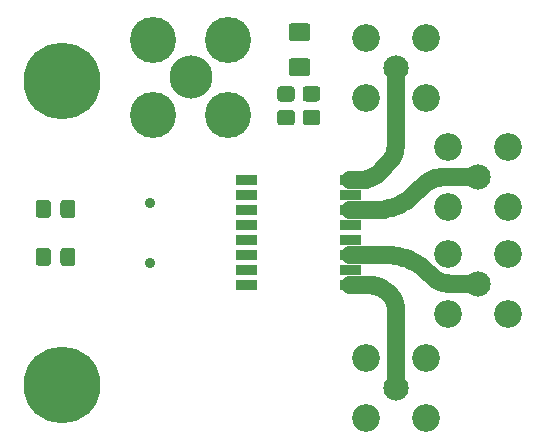
<source format=gts>
G04 #@! TF.GenerationSoftware,KiCad,Pcbnew,(5.1.12)-1*
G04 #@! TF.CreationDate,2021-12-16T18:12:02+01:00*
G04 #@! TF.ProjectId,eth_mezz_mag_sma,6574685f-6d65-47a7-9a5f-6d61675f736d,rev?*
G04 #@! TF.SameCoordinates,Original*
G04 #@! TF.FileFunction,Soldermask,Top*
G04 #@! TF.FilePolarity,Negative*
%FSLAX46Y46*%
G04 Gerber Fmt 4.6, Leading zero omitted, Abs format (unit mm)*
G04 Created by KiCad (PCBNEW (5.1.12)-1) date 2021-12-16 18:12:02*
%MOMM*%
%LPD*%
G01*
G04 APERTURE LIST*
%ADD10C,1.500000*%
%ADD11C,0.900000*%
%ADD12C,2.350000*%
%ADD13C,2.150000*%
%ADD14C,3.910000*%
%ADD15C,3.656000*%
%ADD16C,6.500000*%
G04 APERTURE END LIST*
D10*
X130955198Y-81691528D02*
X130897150Y-81624233D01*
X131009875Y-81761589D02*
X130955198Y-81691528D01*
X131061048Y-81834250D02*
X131009875Y-81761589D01*
X131108594Y-81909333D02*
X131061048Y-81834250D01*
X131152399Y-81986659D02*
X131108594Y-81909333D01*
X131192357Y-82066042D02*
X131152399Y-81986659D01*
X131228371Y-82147289D02*
X131192357Y-82066042D01*
X131260356Y-82230206D02*
X131228371Y-82147289D01*
X131288233Y-82314592D02*
X131260356Y-82230206D01*
X131311936Y-82400245D02*
X131288233Y-82314592D01*
X131331408Y-82486957D02*
X131311936Y-82400245D01*
X131346602Y-82574520D02*
X131331408Y-82486957D01*
X131357481Y-82662724D02*
X131346602Y-82574520D01*
X131364018Y-82751355D02*
X131357481Y-82662724D01*
X131366200Y-82840200D02*
X131364018Y-82751355D01*
X131366200Y-82840200D02*
X131366200Y-89469800D01*
X130897150Y-81624233D02*
X130835869Y-81559869D01*
X130835869Y-81559869D02*
X130777906Y-81501906D01*
X130692085Y-81420198D02*
X130777906Y-81501906D01*
X130602359Y-81342800D02*
X130692085Y-81420198D01*
X130508944Y-81269898D02*
X130602359Y-81342800D01*
X130412064Y-81201668D02*
X130508944Y-81269898D01*
X130311953Y-81138273D02*
X130412064Y-81201668D01*
X130208851Y-81079867D02*
X130311953Y-81138273D01*
X130103008Y-81026590D02*
X130208851Y-81079867D01*
X129994678Y-80978570D02*
X130103008Y-81026590D01*
X129884123Y-80935925D02*
X129994678Y-80978570D01*
X129771608Y-80898755D02*
X129884123Y-80935925D01*
X129657405Y-80867150D02*
X129771608Y-80898755D01*
X129541789Y-80841188D02*
X129657405Y-80867150D01*
X129425038Y-80820930D02*
X129541789Y-80841188D01*
X129307434Y-80806425D02*
X129425038Y-80820930D01*
X129189259Y-80797708D02*
X129307434Y-80806425D01*
X129070800Y-80794800D02*
X129189259Y-80797708D01*
X129070800Y-80794800D02*
X127511200Y-80794800D01*
X134504238Y-80131798D02*
X134414512Y-80054400D01*
X134597654Y-80204700D02*
X134504238Y-80131798D01*
X134694534Y-80272931D02*
X134597654Y-80204700D01*
X134794645Y-80336326D02*
X134694534Y-80272931D01*
X134897747Y-80394732D02*
X134794645Y-80336326D01*
X135003590Y-80448009D02*
X134897747Y-80394732D01*
X135111920Y-80496028D02*
X135003590Y-80448009D01*
X135222475Y-80538674D02*
X135111920Y-80496028D01*
X135334990Y-80575844D02*
X135222475Y-80538674D01*
X135449193Y-80607449D02*
X135334990Y-80575844D01*
X135564810Y-80633411D02*
X135449193Y-80607449D01*
X135681561Y-80653669D02*
X135564810Y-80633411D01*
X135799165Y-80668174D02*
X135681561Y-80653669D01*
X135917340Y-80676891D02*
X135799165Y-80668174D01*
X136035800Y-80679800D02*
X135917340Y-80676891D01*
X136035800Y-80679800D02*
X138343200Y-80679800D01*
X134414512Y-80054400D02*
X134328693Y-79972693D01*
X134328693Y-79972693D02*
X134025013Y-79669013D01*
X133853372Y-79505598D02*
X134025013Y-79669013D01*
X133673921Y-79350802D02*
X133853372Y-79505598D01*
X133487090Y-79204997D02*
X133673921Y-79350802D01*
X133293329Y-79068536D02*
X133487090Y-79204997D01*
X133093107Y-78941746D02*
X133293329Y-79068536D01*
X132886904Y-78824934D02*
X133093107Y-78941746D01*
X132675218Y-78718380D02*
X132886904Y-78824934D01*
X132458558Y-78622342D02*
X132675218Y-78718380D01*
X132237447Y-78537050D02*
X132458558Y-78622342D01*
X132012418Y-78462710D02*
X132237447Y-78537050D01*
X131784011Y-78399501D02*
X132012418Y-78462710D01*
X131552779Y-78347576D02*
X131784011Y-78399501D01*
X131319277Y-78307060D02*
X131552779Y-78347576D01*
X131084068Y-78278050D02*
X131319277Y-78307060D01*
X130847719Y-78260616D02*
X131084068Y-78278050D01*
X130610800Y-78254800D02*
X130847719Y-78260616D01*
X130610800Y-78254800D02*
X127511200Y-78254800D01*
X133870637Y-72210800D02*
X133780911Y-72288198D01*
X133964053Y-72137897D02*
X133870637Y-72210800D01*
X134060933Y-72069667D02*
X133964053Y-72137897D01*
X134161045Y-72006272D02*
X134060933Y-72069667D01*
X134264146Y-71947866D02*
X134161045Y-72006272D01*
X134369989Y-71894589D02*
X134264146Y-71947866D01*
X134478319Y-71846570D02*
X134369989Y-71894589D01*
X134588875Y-71803924D02*
X134478319Y-71846570D01*
X134701390Y-71766754D02*
X134588875Y-71803924D01*
X134815593Y-71735150D02*
X134701390Y-71766754D01*
X134931209Y-71709187D02*
X134815593Y-71735150D01*
X135047961Y-71688929D02*
X134931209Y-71709187D01*
X135165565Y-71674424D02*
X135047961Y-71688929D01*
X135283740Y-71665707D02*
X135165565Y-71674424D01*
X135402200Y-71662800D02*
X135283740Y-71665707D01*
X135402200Y-71662800D02*
X138343200Y-71662800D01*
X133780911Y-72288198D02*
X133695092Y-72369906D01*
X129620200Y-74444800D02*
X127511200Y-74444800D01*
X129857119Y-74438983D02*
X129620200Y-74444800D01*
X130093468Y-74421549D02*
X129857119Y-74438983D01*
X130328677Y-74392539D02*
X130093468Y-74421549D01*
X130562179Y-74352022D02*
X130328677Y-74392539D01*
X130793411Y-74300097D02*
X130562179Y-74352022D01*
X131021818Y-74236889D02*
X130793411Y-74300097D01*
X131246847Y-74162549D02*
X131021818Y-74236889D01*
X131467958Y-74077257D02*
X131246847Y-74162549D01*
X131684618Y-73981218D02*
X131467958Y-74077257D01*
X131896304Y-73874664D02*
X131684618Y-73981218D01*
X132102507Y-73757852D02*
X131896304Y-73874664D01*
X132302729Y-73631062D02*
X132102507Y-73757852D01*
X132496490Y-73494601D02*
X132302729Y-73631062D01*
X132683321Y-73348796D02*
X132496490Y-73494601D01*
X133695092Y-72369906D02*
X133034413Y-73030586D01*
X132862772Y-73194000D02*
X132683321Y-73348796D01*
X133034413Y-73030586D02*
X132862772Y-73194000D01*
X129865759Y-71356797D02*
X129955485Y-71279399D01*
X129772344Y-71429699D02*
X129865759Y-71356797D01*
X129675464Y-71497930D02*
X129772344Y-71429699D01*
X129575353Y-71561325D02*
X129675464Y-71497930D01*
X129472251Y-71619731D02*
X129575353Y-71561325D01*
X129366408Y-71673008D02*
X129472251Y-71619731D01*
X129258079Y-71721027D02*
X129366408Y-71673008D01*
X129147523Y-71763673D02*
X129258079Y-71721027D01*
X129035008Y-71800843D02*
X129147523Y-71763673D01*
X128920805Y-71832448D02*
X129035008Y-71800843D01*
X128805189Y-71858410D02*
X128920805Y-71832448D01*
X128688438Y-71878668D02*
X128805189Y-71858410D01*
X128570834Y-71893174D02*
X128688438Y-71878668D01*
X128452659Y-71901891D02*
X128570834Y-71893174D01*
X128334200Y-71904800D02*
X128452659Y-71901891D01*
X128334200Y-71904800D02*
X127511200Y-71904800D01*
X129955485Y-71279399D02*
X130041306Y-71197692D01*
X130041306Y-71197692D02*
X130659093Y-70579906D01*
X130740800Y-70494085D02*
X130659093Y-70579906D01*
X130818198Y-70404359D02*
X130740800Y-70494085D01*
X130891100Y-70310944D02*
X130818198Y-70404359D01*
X130959331Y-70214064D02*
X130891100Y-70310944D01*
X131022725Y-70113953D02*
X130959331Y-70214064D01*
X131081132Y-70010851D02*
X131022725Y-70113953D01*
X131134409Y-69905008D02*
X131081132Y-70010851D01*
X131182428Y-69796679D02*
X131134409Y-69905008D01*
X131225074Y-69686123D02*
X131182428Y-69796679D01*
X131262244Y-69573608D02*
X131225074Y-69686123D01*
X131293848Y-69459405D02*
X131262244Y-69573608D01*
X131319811Y-69343789D02*
X131293848Y-69459405D01*
X131340069Y-69227038D02*
X131319811Y-69343789D01*
X131354574Y-69109434D02*
X131340069Y-69227038D01*
X131363291Y-68991259D02*
X131354574Y-69109434D01*
X131366200Y-68872800D02*
X131363291Y-68991259D01*
X131366200Y-68872800D02*
X131366200Y-62379800D01*
D11*
X110589820Y-78907900D03*
X110589820Y-73850500D03*
D12*
X128826200Y-92009800D03*
X128826200Y-86929800D03*
X133906200Y-86929800D03*
X133906200Y-92009800D03*
D13*
X131366200Y-89469800D03*
G36*
G01*
X123870257Y-60141900D02*
X122555343Y-60141900D01*
G75*
G02*
X122287800Y-59874357I0J267543D01*
G01*
X122287800Y-58884443D01*
G75*
G02*
X122555343Y-58616900I267543J0D01*
G01*
X123870257Y-58616900D01*
G75*
G02*
X124137800Y-58884443I0J-267543D01*
G01*
X124137800Y-59874357D01*
G75*
G02*
X123870257Y-60141900I-267543J0D01*
G01*
G37*
G36*
G01*
X123870257Y-63116900D02*
X122555343Y-63116900D01*
G75*
G02*
X122287800Y-62849357I0J267543D01*
G01*
X122287800Y-61859443D01*
G75*
G02*
X122555343Y-61591900I267543J0D01*
G01*
X123870257Y-61591900D01*
G75*
G02*
X124137800Y-61859443I0J-267543D01*
G01*
X124137800Y-62849357D01*
G75*
G02*
X123870257Y-63116900I-267543J0D01*
G01*
G37*
D12*
X135803200Y-74202800D03*
X135803200Y-69122800D03*
X140883200Y-69122800D03*
X140883200Y-74202800D03*
D13*
X138343200Y-71662800D03*
D12*
X135803200Y-83219800D03*
X135803200Y-78139800D03*
X140883200Y-78139800D03*
X140883200Y-83219800D03*
D13*
X138343200Y-80679800D03*
D12*
X128826200Y-64919800D03*
X128826200Y-59839800D03*
X133906200Y-59839800D03*
X133906200Y-64919800D03*
D13*
X131366200Y-62379800D03*
G36*
G01*
X126611200Y-77364800D02*
X126611200Y-76604800D01*
G75*
G02*
X126661200Y-76554800I50000J0D01*
G01*
X128361200Y-76554800D01*
G75*
G02*
X128411200Y-76604800I0J-50000D01*
G01*
X128411200Y-77364800D01*
G75*
G02*
X128361200Y-77414800I-50000J0D01*
G01*
X126661200Y-77414800D01*
G75*
G02*
X126611200Y-77364800I0J50000D01*
G01*
G37*
G36*
G01*
X126611200Y-72284800D02*
X126611200Y-71524800D01*
G75*
G02*
X126661200Y-71474800I50000J0D01*
G01*
X128361200Y-71474800D01*
G75*
G02*
X128411200Y-71524800I0J-50000D01*
G01*
X128411200Y-72284800D01*
G75*
G02*
X128361200Y-72334800I-50000J0D01*
G01*
X126661200Y-72334800D01*
G75*
G02*
X126611200Y-72284800I0J50000D01*
G01*
G37*
G36*
G01*
X126611200Y-76094800D02*
X126611200Y-75334800D01*
G75*
G02*
X126661200Y-75284800I50000J0D01*
G01*
X128361200Y-75284800D01*
G75*
G02*
X128411200Y-75334800I0J-50000D01*
G01*
X128411200Y-76094800D01*
G75*
G02*
X128361200Y-76144800I-50000J0D01*
G01*
X126661200Y-76144800D01*
G75*
G02*
X126611200Y-76094800I0J50000D01*
G01*
G37*
G36*
G01*
X126611200Y-79904800D02*
X126611200Y-79144800D01*
G75*
G02*
X126661200Y-79094800I50000J0D01*
G01*
X128361200Y-79094800D01*
G75*
G02*
X128411200Y-79144800I0J-50000D01*
G01*
X128411200Y-79904800D01*
G75*
G02*
X128361200Y-79954800I-50000J0D01*
G01*
X126661200Y-79954800D01*
G75*
G02*
X126611200Y-79904800I0J50000D01*
G01*
G37*
G36*
G01*
X126611200Y-73554800D02*
X126611200Y-72794800D01*
G75*
G02*
X126661200Y-72744800I50000J0D01*
G01*
X128361200Y-72744800D01*
G75*
G02*
X128411200Y-72794800I0J-50000D01*
G01*
X128411200Y-73554800D01*
G75*
G02*
X128361200Y-73604800I-50000J0D01*
G01*
X126661200Y-73604800D01*
G75*
G02*
X126611200Y-73554800I0J50000D01*
G01*
G37*
G36*
G01*
X126611200Y-81174800D02*
X126611200Y-80414800D01*
G75*
G02*
X126661200Y-80364800I50000J0D01*
G01*
X128361200Y-80364800D01*
G75*
G02*
X128411200Y-80414800I0J-50000D01*
G01*
X128411200Y-81174800D01*
G75*
G02*
X128361200Y-81224800I-50000J0D01*
G01*
X126661200Y-81224800D01*
G75*
G02*
X126611200Y-81174800I0J50000D01*
G01*
G37*
G36*
G01*
X126611200Y-78634800D02*
X126611200Y-77874800D01*
G75*
G02*
X126661200Y-77824800I50000J0D01*
G01*
X128361200Y-77824800D01*
G75*
G02*
X128411200Y-77874800I0J-50000D01*
G01*
X128411200Y-78634800D01*
G75*
G02*
X128361200Y-78684800I-50000J0D01*
G01*
X126661200Y-78684800D01*
G75*
G02*
X126611200Y-78634800I0J50000D01*
G01*
G37*
G36*
G01*
X126611200Y-74824800D02*
X126611200Y-74064800D01*
G75*
G02*
X126661200Y-74014800I50000J0D01*
G01*
X128361200Y-74014800D01*
G75*
G02*
X128411200Y-74064800I0J-50000D01*
G01*
X128411200Y-74824800D01*
G75*
G02*
X128361200Y-74874800I-50000J0D01*
G01*
X126661200Y-74874800D01*
G75*
G02*
X126611200Y-74824800I0J50000D01*
G01*
G37*
G36*
G01*
X117811200Y-81174800D02*
X117811200Y-80414800D01*
G75*
G02*
X117861200Y-80364800I50000J0D01*
G01*
X119561200Y-80364800D01*
G75*
G02*
X119611200Y-80414800I0J-50000D01*
G01*
X119611200Y-81174800D01*
G75*
G02*
X119561200Y-81224800I-50000J0D01*
G01*
X117861200Y-81224800D01*
G75*
G02*
X117811200Y-81174800I0J50000D01*
G01*
G37*
G36*
G01*
X117811200Y-78634800D02*
X117811200Y-77874800D01*
G75*
G02*
X117861200Y-77824800I50000J0D01*
G01*
X119561200Y-77824800D01*
G75*
G02*
X119611200Y-77874800I0J-50000D01*
G01*
X119611200Y-78634800D01*
G75*
G02*
X119561200Y-78684800I-50000J0D01*
G01*
X117861200Y-78684800D01*
G75*
G02*
X117811200Y-78634800I0J50000D01*
G01*
G37*
G36*
G01*
X117811200Y-77364800D02*
X117811200Y-76604800D01*
G75*
G02*
X117861200Y-76554800I50000J0D01*
G01*
X119561200Y-76554800D01*
G75*
G02*
X119611200Y-76604800I0J-50000D01*
G01*
X119611200Y-77364800D01*
G75*
G02*
X119561200Y-77414800I-50000J0D01*
G01*
X117861200Y-77414800D01*
G75*
G02*
X117811200Y-77364800I0J50000D01*
G01*
G37*
G36*
G01*
X117811200Y-79904800D02*
X117811200Y-79144800D01*
G75*
G02*
X117861200Y-79094800I50000J0D01*
G01*
X119561200Y-79094800D01*
G75*
G02*
X119611200Y-79144800I0J-50000D01*
G01*
X119611200Y-79904800D01*
G75*
G02*
X119561200Y-79954800I-50000J0D01*
G01*
X117861200Y-79954800D01*
G75*
G02*
X117811200Y-79904800I0J50000D01*
G01*
G37*
G36*
G01*
X117811200Y-76094800D02*
X117811200Y-75334800D01*
G75*
G02*
X117861200Y-75284800I50000J0D01*
G01*
X119561200Y-75284800D01*
G75*
G02*
X119611200Y-75334800I0J-50000D01*
G01*
X119611200Y-76094800D01*
G75*
G02*
X119561200Y-76144800I-50000J0D01*
G01*
X117861200Y-76144800D01*
G75*
G02*
X117811200Y-76094800I0J50000D01*
G01*
G37*
G36*
G01*
X117811200Y-74824800D02*
X117811200Y-74064800D01*
G75*
G02*
X117861200Y-74014800I50000J0D01*
G01*
X119561200Y-74014800D01*
G75*
G02*
X119611200Y-74064800I0J-50000D01*
G01*
X119611200Y-74824800D01*
G75*
G02*
X119561200Y-74874800I-50000J0D01*
G01*
X117861200Y-74874800D01*
G75*
G02*
X117811200Y-74824800I0J50000D01*
G01*
G37*
G36*
G01*
X117811200Y-73554800D02*
X117811200Y-72794800D01*
G75*
G02*
X117861200Y-72744800I50000J0D01*
G01*
X119561200Y-72744800D01*
G75*
G02*
X119611200Y-72794800I0J-50000D01*
G01*
X119611200Y-73554800D01*
G75*
G02*
X119561200Y-73604800I-50000J0D01*
G01*
X117861200Y-73604800D01*
G75*
G02*
X117811200Y-73554800I0J50000D01*
G01*
G37*
G36*
G01*
X117811200Y-72284800D02*
X117811200Y-71524800D01*
G75*
G02*
X117861200Y-71474800I50000J0D01*
G01*
X119561200Y-71474800D01*
G75*
G02*
X119611200Y-71524800I0J-50000D01*
G01*
X119611200Y-72284800D01*
G75*
G02*
X119561200Y-72334800I-50000J0D01*
G01*
X117861200Y-72334800D01*
G75*
G02*
X117811200Y-72284800I0J50000D01*
G01*
G37*
D14*
X117167600Y-66367600D03*
X110817600Y-66367600D03*
X117167600Y-60017600D03*
D15*
X113992600Y-63192600D03*
D14*
X110817600Y-60017600D03*
G36*
G01*
X102166500Y-73839476D02*
X102166500Y-74846924D01*
G75*
G02*
X101895224Y-75118200I-271276J0D01*
G01*
X101162776Y-75118200D01*
G75*
G02*
X100891500Y-74846924I0J271276D01*
G01*
X100891500Y-73839476D01*
G75*
G02*
X101162776Y-73568200I271276J0D01*
G01*
X101895224Y-73568200D01*
G75*
G02*
X102166500Y-73839476I0J-271276D01*
G01*
G37*
G36*
G01*
X104241500Y-73839476D02*
X104241500Y-74846924D01*
G75*
G02*
X103970224Y-75118200I-271276J0D01*
G01*
X103237776Y-75118200D01*
G75*
G02*
X102966500Y-74846924I0J271276D01*
G01*
X102966500Y-73839476D01*
G75*
G02*
X103237776Y-73568200I271276J0D01*
G01*
X103970224Y-73568200D01*
G75*
G02*
X104241500Y-73839476I0J-271276D01*
G01*
G37*
G36*
G01*
X102166500Y-77903476D02*
X102166500Y-78910924D01*
G75*
G02*
X101895224Y-79182200I-271276J0D01*
G01*
X101162776Y-79182200D01*
G75*
G02*
X100891500Y-78910924I0J271276D01*
G01*
X100891500Y-77903476D01*
G75*
G02*
X101162776Y-77632200I271276J0D01*
G01*
X101895224Y-77632200D01*
G75*
G02*
X102166500Y-77903476I0J-271276D01*
G01*
G37*
G36*
G01*
X104241500Y-77903476D02*
X104241500Y-78910924D01*
G75*
G02*
X103970224Y-79182200I-271276J0D01*
G01*
X103237776Y-79182200D01*
G75*
G02*
X102966500Y-78910924I0J271276D01*
G01*
X102966500Y-77903476D01*
G75*
G02*
X103237776Y-77632200I271276J0D01*
G01*
X103970224Y-77632200D01*
G75*
G02*
X104241500Y-77903476I0J-271276D01*
G01*
G37*
G36*
G01*
X122548968Y-65265000D02*
X121590632Y-65265000D01*
G75*
G02*
X121319800Y-64994168I0J270832D01*
G01*
X121319800Y-64235832D01*
G75*
G02*
X121590632Y-63965000I270832J0D01*
G01*
X122548968Y-63965000D01*
G75*
G02*
X122819800Y-64235832I0J-270832D01*
G01*
X122819800Y-64994168D01*
G75*
G02*
X122548968Y-65265000I-270832J0D01*
G01*
G37*
G36*
G01*
X122548968Y-67265000D02*
X121590632Y-67265000D01*
G75*
G02*
X121319800Y-66994168I0J270832D01*
G01*
X121319800Y-66235832D01*
G75*
G02*
X121590632Y-65965000I270832J0D01*
G01*
X122548968Y-65965000D01*
G75*
G02*
X122819800Y-66235832I0J-270832D01*
G01*
X122819800Y-66994168D01*
G75*
G02*
X122548968Y-67265000I-270832J0D01*
G01*
G37*
G36*
G01*
X124707968Y-65255600D02*
X123749632Y-65255600D01*
G75*
G02*
X123478800Y-64984768I0J270832D01*
G01*
X123478800Y-64226432D01*
G75*
G02*
X123749632Y-63955600I270832J0D01*
G01*
X124707968Y-63955600D01*
G75*
G02*
X124978800Y-64226432I0J-270832D01*
G01*
X124978800Y-64984768D01*
G75*
G02*
X124707968Y-65255600I-270832J0D01*
G01*
G37*
G36*
G01*
X124707968Y-67255600D02*
X123749632Y-67255600D01*
G75*
G02*
X123478800Y-66984768I0J270832D01*
G01*
X123478800Y-66226432D01*
G75*
G02*
X123749632Y-65955600I270832J0D01*
G01*
X124707968Y-65955600D01*
G75*
G02*
X124978800Y-66226432I0J-270832D01*
G01*
X124978800Y-66984768D01*
G75*
G02*
X124707968Y-67255600I-270832J0D01*
G01*
G37*
D11*
X104793056Y-87581344D03*
X103096000Y-86878400D03*
X101398944Y-87581344D03*
X100696000Y-89278400D03*
X101398944Y-90975456D03*
X103096000Y-91678400D03*
X104793056Y-90975456D03*
X105496000Y-89278400D03*
D16*
X103096000Y-89278400D03*
D11*
X104793056Y-61774944D03*
X103096000Y-61072000D03*
X101398944Y-61774944D03*
X100696000Y-63472000D03*
X101398944Y-65169056D03*
X103096000Y-65872000D03*
X104793056Y-65169056D03*
X105496000Y-63472000D03*
D16*
X103096000Y-63472000D03*
M02*

</source>
